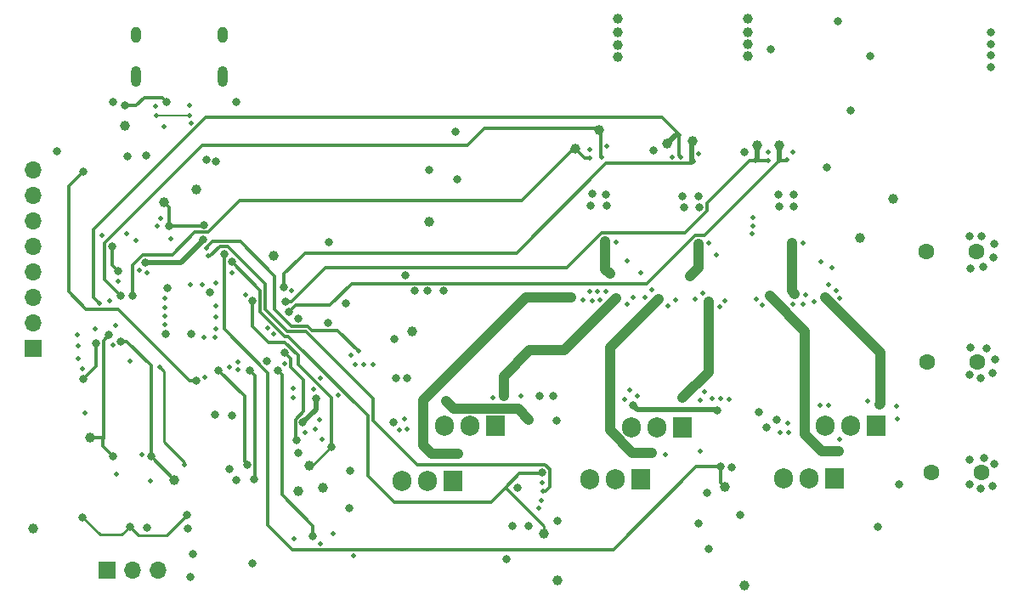
<source format=gbl>
G04 #@! TF.GenerationSoftware,KiCad,Pcbnew,8.0.4-8.0.4-0~ubuntu22.04.1*
G04 #@! TF.CreationDate,2024-09-03T14:14:34+02:00*
G04 #@! TF.ProjectId,bldc_project,626c6463-5f70-4726-9f6a-6563742e6b69,rev?*
G04 #@! TF.SameCoordinates,Original*
G04 #@! TF.FileFunction,Copper,L4,Bot*
G04 #@! TF.FilePolarity,Positive*
%FSLAX46Y46*%
G04 Gerber Fmt 4.6, Leading zero omitted, Abs format (unit mm)*
G04 Created by KiCad (PCBNEW 8.0.4-8.0.4-0~ubuntu22.04.1) date 2024-09-03 14:14:34*
%MOMM*%
%LPD*%
G01*
G04 APERTURE LIST*
G04 #@! TA.AperFunction,ComponentPad*
%ADD10R,1.905000X2.000000*%
G04 #@! TD*
G04 #@! TA.AperFunction,ComponentPad*
%ADD11O,1.905000X2.000000*%
G04 #@! TD*
G04 #@! TA.AperFunction,ComponentPad*
%ADD12C,1.600000*%
G04 #@! TD*
G04 #@! TA.AperFunction,ComponentPad*
%ADD13O,1.000000X2.100000*%
G04 #@! TD*
G04 #@! TA.AperFunction,ComponentPad*
%ADD14O,1.000000X1.600000*%
G04 #@! TD*
G04 #@! TA.AperFunction,ComponentPad*
%ADD15R,1.700000X1.700000*%
G04 #@! TD*
G04 #@! TA.AperFunction,ComponentPad*
%ADD16O,1.700000X1.700000*%
G04 #@! TD*
G04 #@! TA.AperFunction,ComponentPad*
%ADD17C,1.000000*%
G04 #@! TD*
G04 #@! TA.AperFunction,ViaPad*
%ADD18C,0.500000*%
G04 #@! TD*
G04 #@! TA.AperFunction,ViaPad*
%ADD19C,0.800000*%
G04 #@! TD*
G04 #@! TA.AperFunction,ViaPad*
%ADD20C,1.000000*%
G04 #@! TD*
G04 #@! TA.AperFunction,Conductor*
%ADD21C,1.000000*%
G04 #@! TD*
G04 #@! TA.AperFunction,Conductor*
%ADD22C,0.500000*%
G04 #@! TD*
G04 #@! TA.AperFunction,Conductor*
%ADD23C,0.300000*%
G04 #@! TD*
G04 #@! TA.AperFunction,Conductor*
%ADD24C,0.250000*%
G04 #@! TD*
G04 #@! TA.AperFunction,Conductor*
%ADD25C,0.200000*%
G04 #@! TD*
G04 APERTURE END LIST*
D10*
X127540000Y-122592500D03*
D11*
X125000000Y-122592500D03*
X122460000Y-122592500D03*
D12*
X132500000Y-105300000D03*
X137500000Y-105300000D03*
X133000000Y-127300000D03*
X138000000Y-127300000D03*
D10*
X108177500Y-122772500D03*
D11*
X105637500Y-122772500D03*
X103097500Y-122772500D03*
D13*
X62420000Y-87830000D03*
D14*
X62420000Y-83650000D03*
D13*
X53780000Y-87830000D03*
D14*
X53780000Y-83650000D03*
D10*
X104077500Y-127917500D03*
D11*
X101537500Y-127917500D03*
X98997500Y-127917500D03*
D10*
X85350000Y-128150000D03*
D11*
X82810000Y-128150000D03*
X80270000Y-128150000D03*
D10*
X89580000Y-122655000D03*
D11*
X87040000Y-122655000D03*
X84500000Y-122655000D03*
D12*
X132600000Y-116300000D03*
X137600000Y-116300000D03*
D15*
X50900000Y-137000000D03*
D16*
X53440000Y-137000000D03*
X55980000Y-137000000D03*
D10*
X123377500Y-127872500D03*
D11*
X120837500Y-127872500D03*
X118297500Y-127872500D03*
D15*
X43500000Y-114890000D03*
D16*
X43500000Y-112350000D03*
X43500000Y-109810000D03*
X43500000Y-107270000D03*
X43500000Y-104730000D03*
X43500000Y-102190000D03*
X43500000Y-99650000D03*
X43500000Y-97110000D03*
D17*
X49200000Y-123800000D03*
X81300000Y-113200000D03*
X117900000Y-94700000D03*
X94400000Y-133400000D03*
X43500000Y-132850000D03*
X114350000Y-138550000D03*
X129200000Y-100050000D03*
X52650000Y-92750000D03*
X71050000Y-126600000D03*
X95800000Y-138050000D03*
X59750000Y-99100000D03*
X115700000Y-94700000D03*
X97500000Y-95050000D03*
X56550000Y-100350000D03*
X57600000Y-128000000D03*
X67500000Y-105700000D03*
X99900000Y-93200000D03*
X109250000Y-94300000D03*
X72400000Y-128800000D03*
X82950000Y-102300000D03*
X125900000Y-103950000D03*
X69900000Y-129100000D03*
X106650000Y-94550000D03*
X112400000Y-128700000D03*
D18*
X102950000Y-119100000D03*
X104050000Y-107350000D03*
X110400000Y-119200000D03*
D19*
X80600000Y-107650000D03*
D18*
X111900000Y-110800000D03*
X116200000Y-110600000D03*
X122750000Y-120600000D03*
X48000000Y-114700000D03*
X118700000Y-122400000D03*
X111200000Y-119950000D03*
D19*
X139300000Y-104500000D03*
X125000000Y-91200000D03*
X74700000Y-110400000D03*
D18*
X61700000Y-111800000D03*
D19*
X138500000Y-114900000D03*
D18*
X59300000Y-92500000D03*
X56600000Y-92800000D03*
D19*
X138000000Y-103700000D03*
X139300000Y-126400000D03*
D18*
X75200000Y-115600000D03*
X99000000Y-95100000D03*
X106550000Y-125500000D03*
X76450000Y-116500000D03*
D19*
X84400000Y-109200000D03*
D18*
X103300000Y-109800000D03*
X60350000Y-108550000D03*
X126650000Y-120200000D03*
X48700000Y-121375000D03*
D19*
X100700000Y-100700000D03*
D18*
X51825000Y-127450000D03*
D19*
X63300000Y-121600000D03*
X117600000Y-122000000D03*
D18*
X51150000Y-110150000D03*
D19*
X75100000Y-127100000D03*
X79500000Y-113950000D03*
X79700000Y-117900000D03*
D18*
X115200000Y-101900000D03*
X129550000Y-120650000D03*
X55900000Y-102750000D03*
D19*
X63800000Y-90400000D03*
D18*
X80800000Y-122950000D03*
D20*
X114700000Y-85800000D03*
D18*
X54900000Y-107400000D03*
X104500000Y-109800000D03*
D19*
X58900000Y-132900000D03*
X66843563Y-116222240D03*
D18*
X123550000Y-109150000D03*
D19*
X81500000Y-109200001D03*
D18*
X94150000Y-130050000D03*
X103700000Y-119650000D03*
X100700000Y-94800000D03*
X101600000Y-104300000D03*
D19*
X123700000Y-82350000D03*
X83000000Y-97100000D03*
D18*
X72050000Y-122000000D03*
X99750000Y-109250000D03*
X112050000Y-119900000D03*
D19*
X127700000Y-132700000D03*
D18*
X109950000Y-125150000D03*
D19*
X105300000Y-95200000D03*
X117900000Y-100800000D03*
D18*
X115150000Y-103500000D03*
D19*
X114400000Y-95400000D03*
X85800000Y-98100000D03*
X136800000Y-117500000D03*
X138900000Y-85700000D03*
D18*
X89300000Y-119850000D03*
X48450000Y-116925000D03*
X106750000Y-110700000D03*
X53750000Y-104200000D03*
X100550000Y-109250000D03*
X111600000Y-105600000D03*
X75600000Y-116500000D03*
X100000000Y-110050000D03*
X123100000Y-106850000D03*
D19*
X136900000Y-114800000D03*
X56750000Y-113500000D03*
X136900000Y-107000000D03*
X85616000Y-93340000D03*
D18*
X107550000Y-110050000D03*
D19*
X94000000Y-119700000D03*
D18*
X121950000Y-120600000D03*
D19*
X80800000Y-117900000D03*
D18*
X54100000Y-107100000D03*
X115600000Y-110000000D03*
D19*
X137900000Y-117900000D03*
D18*
X52850000Y-103450000D03*
X94200000Y-128300000D03*
D19*
X69900000Y-125300000D03*
X138900000Y-86900000D03*
X137900000Y-128900000D03*
D20*
X101800000Y-82100000D03*
D19*
X126900000Y-85800000D03*
X59300000Y-113500000D03*
D18*
X72300000Y-123950000D03*
D19*
X82800000Y-109200000D03*
X139100000Y-117400000D03*
D18*
X80500000Y-121950000D03*
X73400000Y-133400000D03*
D19*
X61600000Y-121500000D03*
D20*
X114700000Y-83400000D03*
D19*
X139400000Y-116000000D03*
X138900000Y-84600000D03*
D18*
X75400000Y-135600000D03*
X109850000Y-95550000D03*
X67500000Y-113500000D03*
D19*
X95300000Y-119700000D03*
D18*
X107200000Y-95900000D03*
D19*
X73000000Y-104300000D03*
D18*
X119200000Y-110500000D03*
D20*
X101800000Y-84700000D03*
X101800000Y-83400000D03*
D18*
X61700000Y-110700000D03*
D20*
X101800000Y-85900000D03*
D18*
X48050000Y-115900000D03*
X123850000Y-123950000D03*
D19*
X100600000Y-99600000D03*
D20*
X114700000Y-82100000D03*
D18*
X51450000Y-114600000D03*
X77350000Y-116500000D03*
X122000000Y-106300000D03*
X120500000Y-109600000D03*
X117950000Y-123300000D03*
X122800000Y-108550000D03*
D19*
X109800000Y-99800000D03*
D18*
X52000000Y-108200000D03*
X63900000Y-116250000D03*
D19*
X119300000Y-100800000D03*
D18*
X60550000Y-113800000D03*
X53150000Y-116150000D03*
X123900000Y-109900000D03*
X61700000Y-108400000D03*
X110000000Y-120050000D03*
D19*
X69911744Y-111950000D03*
X139100000Y-128600000D03*
D18*
X93900000Y-130850000D03*
X119200000Y-95400000D03*
X55225000Y-128150000D03*
D19*
X114000000Y-131500000D03*
D18*
X68600000Y-116450000D03*
D19*
X117000000Y-85100000D03*
D18*
X109500000Y-110000000D03*
D19*
X129800000Y-128500000D03*
D18*
X110200000Y-109400000D03*
X120200000Y-104400000D03*
X112875000Y-120000000D03*
X57250000Y-104000000D03*
D19*
X91300000Y-132600000D03*
X119300000Y-99600000D03*
D18*
X120200000Y-110500000D03*
D19*
X79450000Y-122300000D03*
D18*
X115200000Y-102700000D03*
D19*
X117800000Y-99600000D03*
D18*
X71500735Y-118999265D03*
X118800000Y-123300000D03*
D19*
X52900000Y-95800000D03*
X138900000Y-83400000D03*
D18*
X69450000Y-119800000D03*
X73925000Y-119550000D03*
D19*
X65400000Y-136300000D03*
X95800000Y-132100000D03*
X56900000Y-108900000D03*
X54850000Y-132775000D03*
X108200000Y-99800000D03*
D18*
X63100000Y-116800000D03*
X112450000Y-110200000D03*
D19*
X92900000Y-132600000D03*
D18*
X47900000Y-113600000D03*
X50350000Y-103650000D03*
D19*
X59400000Y-135400000D03*
D18*
X56650000Y-111700000D03*
X56250000Y-101950000D03*
D19*
X91800000Y-128800000D03*
X51500000Y-90400000D03*
D18*
X49700000Y-113000000D03*
D19*
X63800000Y-128050000D03*
D20*
X114700000Y-84600000D03*
D18*
X69400000Y-118875000D03*
X102450000Y-120000000D03*
X129650000Y-121950000D03*
D19*
X113100000Y-126800000D03*
D18*
X56650000Y-112550000D03*
X60600000Y-117800000D03*
X72100000Y-117875000D03*
X69300000Y-109200000D03*
X98950000Y-109250000D03*
X121300000Y-110300000D03*
X56650000Y-109900000D03*
X59100000Y-90700000D03*
X102700000Y-106200000D03*
D19*
X99200000Y-99500000D03*
D18*
X98300000Y-110100000D03*
D19*
X54800000Y-95700000D03*
D18*
X72157532Y-134350000D03*
D19*
X99100000Y-100700000D03*
X136800000Y-126000000D03*
D18*
X105200000Y-109100000D03*
X102700000Y-110500000D03*
D19*
X136800000Y-128500000D03*
D18*
X63950000Y-117050000D03*
D19*
X60800000Y-96100000D03*
X109900000Y-100900000D03*
X95700000Y-122100000D03*
D18*
X80000000Y-123050000D03*
X99200000Y-110150000D03*
X92150000Y-119700000D03*
X55700000Y-90800000D03*
D19*
X45925000Y-95275000D03*
X61100000Y-109300000D03*
D18*
X61600000Y-113800000D03*
X56650000Y-110850000D03*
D19*
X136800000Y-103700000D03*
X138300000Y-125800000D03*
X122600000Y-96900000D03*
D18*
X116800000Y-95400000D03*
X59200000Y-108550000D03*
D19*
X63050000Y-126950000D03*
X75000000Y-130800000D03*
X61700000Y-96300000D03*
D18*
X64700000Y-109600000D03*
D19*
X116600000Y-122800000D03*
X110800000Y-134900000D03*
D18*
X51750000Y-112600000D03*
X69500000Y-133900000D03*
D19*
X109800000Y-132400000D03*
D18*
X110800000Y-104400000D03*
D19*
X138200000Y-106800000D03*
D18*
X70600000Y-123300000D03*
X54350000Y-125475000D03*
X71650000Y-123000000D03*
D19*
X90700000Y-135900000D03*
X139200000Y-105900000D03*
X110700000Y-129300000D03*
X115800000Y-121300000D03*
X108400000Y-100900000D03*
X72900000Y-112350000D03*
D18*
X63350000Y-107350000D03*
D19*
X59175000Y-137725000D03*
D18*
X66900000Y-112900000D03*
X61700000Y-112950000D03*
D19*
X103300000Y-120550000D03*
X111700000Y-121100000D03*
X92900000Y-122000000D03*
X84650000Y-120150000D03*
X60450000Y-104100000D03*
X54700000Y-106370000D03*
X49800000Y-114450000D03*
X48525000Y-117975000D03*
X71700000Y-119900000D03*
X70400000Y-122300000D03*
X48500000Y-97300000D03*
X59800000Y-118100000D03*
X57100000Y-102700000D03*
X60500000Y-102600000D03*
X52700000Y-90700000D03*
X56824085Y-90354709D03*
X127850000Y-120500000D03*
X122450000Y-109850000D03*
X116900000Y-109700000D03*
X123800000Y-125200000D03*
X108250000Y-119800000D03*
X110800000Y-110300000D03*
X105800000Y-110000000D03*
X105150000Y-125300000D03*
X97100000Y-109800000D03*
X85850000Y-125400000D03*
X101600000Y-109900000D03*
X90400000Y-119650000D03*
X119400000Y-109500000D03*
X119100000Y-104400000D03*
X108937500Y-107700000D03*
X109800000Y-104500000D03*
X65100000Y-117100000D03*
X65569669Y-127930331D03*
X62000000Y-117100000D03*
X64900000Y-126500000D03*
D18*
X60800000Y-104900000D03*
X75950000Y-115200000D03*
X61000000Y-105700000D03*
X94300000Y-129100000D03*
D19*
X52000000Y-107220000D03*
X51369669Y-104730331D03*
D18*
X118636250Y-96163750D03*
D19*
X69010661Y-111289339D03*
X68700000Y-110300000D03*
D18*
X116800000Y-96200000D03*
D19*
X68500000Y-108800000D03*
D18*
X109285000Y-96315000D03*
X50100000Y-110400000D03*
X108060576Y-95830000D03*
X100200000Y-95900000D03*
D19*
X52207719Y-109675965D03*
X53416364Y-109700000D03*
D18*
X99010000Y-95990000D03*
D19*
X62600000Y-105500000D03*
X112000000Y-126700000D03*
X94219669Y-127319669D03*
X63300000Y-106300000D03*
X73200000Y-124700000D03*
X65400000Y-110200000D03*
X51050000Y-113600000D03*
X51475000Y-125650000D03*
X52237569Y-114200000D03*
X55300000Y-125650000D03*
D18*
X100575000Y-104195000D03*
D19*
X101000000Y-107500000D03*
X58875000Y-131500000D03*
X53150000Y-132700000D03*
X48475000Y-131725000D03*
D18*
X59100000Y-91700000D03*
X55800000Y-91700000D03*
D19*
X69801041Y-124101041D03*
X68619669Y-115380331D03*
X67900000Y-117100000D03*
X71405331Y-133594669D03*
D18*
X58600000Y-126500000D03*
X56153531Y-116803531D03*
D21*
X85450000Y-120950000D02*
X91850000Y-120950000D01*
D22*
X60450000Y-104200000D02*
X58280000Y-106370000D01*
X103750000Y-121000000D02*
X111600000Y-121000000D01*
X58280000Y-106370000D02*
X54700000Y-106370000D01*
D21*
X91850000Y-120950000D02*
X92900000Y-122000000D01*
D22*
X103300000Y-120550000D02*
X103750000Y-121000000D01*
X60450000Y-104100000D02*
X60450000Y-104200000D01*
D21*
X84650000Y-120150000D02*
X85450000Y-120950000D01*
D22*
X111600000Y-121000000D02*
X111700000Y-121100000D01*
D23*
X49800000Y-116700000D02*
X49800000Y-114450000D01*
X48525000Y-117975000D02*
X49800000Y-116700000D01*
D22*
X71700000Y-119900000D02*
X71700000Y-121000000D01*
X71700000Y-121000000D02*
X70400000Y-122300000D01*
D23*
X47050000Y-98750000D02*
X47050000Y-109250000D01*
X52000000Y-111000000D02*
X59100000Y-118100000D01*
X48800000Y-111000000D02*
X52000000Y-111000000D01*
X48500000Y-97300000D02*
X47050000Y-98750000D01*
X59100000Y-118100000D02*
X59800000Y-118100000D01*
X47050000Y-109250000D02*
X48800000Y-111000000D01*
X56550000Y-100350000D02*
X57100000Y-100900000D01*
X60400000Y-102700000D02*
X57100000Y-102700000D01*
X57100000Y-100900000D02*
X57100000Y-102700000D01*
X60500000Y-102600000D02*
X60400000Y-102700000D01*
X54600000Y-89900000D02*
X56369376Y-89900000D01*
X52700000Y-90700000D02*
X53800000Y-90700000D01*
X53800000Y-90700000D02*
X54600000Y-89900000D01*
X56369376Y-89900000D02*
X56824085Y-90354709D01*
D21*
X127850000Y-120500000D02*
X127900000Y-120450000D01*
X127900000Y-120450000D02*
X127900000Y-115300000D01*
X127900000Y-115300000D02*
X122450000Y-109850000D01*
X123800000Y-125200000D02*
X122100000Y-125200000D01*
X120400000Y-113200000D02*
X116900000Y-109700000D01*
X120400000Y-123500000D02*
X120400000Y-113200000D01*
X122100000Y-125200000D02*
X120400000Y-123500000D01*
X108250000Y-119800000D02*
X110800000Y-117250000D01*
X110800000Y-117250000D02*
X110800000Y-110300000D01*
X101000000Y-114800000D02*
X105800000Y-110000000D01*
X105150000Y-125300000D02*
X103240512Y-125300000D01*
X101000000Y-123059488D02*
X101000000Y-114800000D01*
X103240512Y-125300000D02*
X101000000Y-123059488D01*
X85850000Y-125400000D02*
X83200000Y-125400000D01*
X82350000Y-124550000D02*
X82350000Y-120050000D01*
X82350000Y-120050000D02*
X92600000Y-109800000D01*
X92600000Y-109800000D02*
X97100000Y-109800000D01*
X83200000Y-125400000D02*
X82350000Y-124550000D01*
X93000000Y-115100000D02*
X96400000Y-115100000D01*
X90400000Y-117700000D02*
X93000000Y-115100000D01*
X96400000Y-115100000D02*
X101600000Y-109900000D01*
X90400000Y-119650000D02*
X90400000Y-117700000D01*
X119100000Y-109200000D02*
X119100000Y-104400000D01*
X119400000Y-109500000D02*
X119100000Y-109200000D01*
X109800000Y-106837500D02*
X108937500Y-107700000D01*
X109800000Y-104500000D02*
X109800000Y-106837500D01*
D23*
X65100000Y-117100000D02*
X65650000Y-117650000D01*
X65650000Y-117650000D02*
X65650000Y-127850000D01*
X65650000Y-127850000D02*
X65569669Y-127930331D01*
X64600000Y-126200000D02*
X64900000Y-126500000D01*
X62000000Y-117100000D02*
X64600000Y-119700000D01*
X64600000Y-119700000D02*
X64600000Y-126200000D01*
X70907106Y-112700000D02*
X69300000Y-112700000D01*
X69300000Y-112700000D02*
X67600000Y-111000000D01*
X67600000Y-107700000D02*
X64150000Y-104250000D01*
X67600000Y-111000000D02*
X67600000Y-107700000D01*
X73850000Y-113100000D02*
X71307106Y-113100000D01*
X60800000Y-104810661D02*
X60800000Y-104900000D01*
X75950000Y-115200000D02*
X73850000Y-113100000D01*
X61360661Y-104250000D02*
X60800000Y-104810661D01*
X71307106Y-113100000D02*
X70907106Y-112700000D01*
X64150000Y-104250000D02*
X61360661Y-104250000D01*
X70700000Y-113200000D02*
X68800000Y-113200000D01*
X94969669Y-126969669D02*
X94500000Y-126500000D01*
X94600000Y-129100000D02*
X94969669Y-128730331D01*
X94500000Y-126500000D02*
X81800000Y-126500000D01*
X77400000Y-119900000D02*
X70700000Y-113200000D01*
X61175000Y-105700000D02*
X61000000Y-105700000D01*
X81800000Y-126500000D02*
X77400000Y-122100000D01*
X66650000Y-111050000D02*
X66650000Y-108489339D01*
X94969669Y-128730331D02*
X94969669Y-126969669D01*
X77400000Y-122100000D02*
X77400000Y-119900000D01*
X68800000Y-113200000D02*
X66650000Y-111050000D01*
X62125000Y-104750000D02*
X61175000Y-105700000D01*
X62910661Y-104750000D02*
X62125000Y-104750000D01*
X66650000Y-108489339D02*
X62910661Y-104750000D01*
X94300000Y-129100000D02*
X94600000Y-129100000D01*
X51369669Y-106589669D02*
X52000000Y-107220000D01*
X51369669Y-104730331D02*
X51369669Y-106589669D01*
X110450000Y-103650000D02*
X109447918Y-103650000D01*
X69700000Y-110600000D02*
X69010661Y-111289339D01*
X75249999Y-108450001D02*
X73100000Y-110600000D01*
X118636250Y-96163750D02*
X118600000Y-96200000D01*
X104647917Y-108450001D02*
X75249999Y-108450001D01*
D22*
X117900000Y-94700000D02*
X117900000Y-96200000D01*
D23*
X117900000Y-96200000D02*
X110450000Y-103650000D01*
X109447918Y-103650000D02*
X104647917Y-108450001D01*
X118600000Y-96200000D02*
X117900000Y-96200000D01*
X73100000Y-110600000D02*
X69700000Y-110600000D01*
X115500000Y-96200000D02*
X114900000Y-96200000D01*
X114900000Y-96200000D02*
X110650000Y-100450000D01*
X69260661Y-110300000D02*
X68700000Y-110300000D01*
D22*
X115700000Y-94700000D02*
X115700000Y-96000000D01*
D23*
X96667918Y-106900000D02*
X72660661Y-106900000D01*
D22*
X115700000Y-96000000D02*
X115500000Y-96200000D01*
D23*
X100192918Y-103375000D02*
X96667918Y-106900000D01*
X110650000Y-101210661D02*
X108485661Y-103375000D01*
X108485661Y-103375000D02*
X100192918Y-103375000D01*
X116800000Y-96200000D02*
X115500000Y-96200000D01*
X72660661Y-106900000D02*
X69260661Y-110300000D01*
X110650000Y-100450000D02*
X110650000Y-101210661D01*
X70000000Y-106000000D02*
X70600000Y-105400000D01*
X109100000Y-96500000D02*
X109285000Y-96315000D01*
D22*
X109150000Y-94400000D02*
X109150000Y-96180000D01*
D23*
X91700000Y-105400000D02*
X100600000Y-96500000D01*
X68500000Y-107500000D02*
X70000000Y-106000000D01*
D22*
X109150000Y-96180000D02*
X109285000Y-96315000D01*
D23*
X68500000Y-108800000D02*
X68500000Y-107500000D01*
X100600000Y-96500000D02*
X109100000Y-96500000D01*
X70600000Y-105400000D02*
X91700000Y-105400000D01*
D22*
X109250000Y-94300000D02*
X109150000Y-94400000D01*
X106650000Y-94550000D02*
X107500000Y-93700000D01*
D23*
X107900000Y-95669424D02*
X108060576Y-95830000D01*
X107900000Y-93600000D02*
X107900000Y-93700000D01*
X106200000Y-91900000D02*
X107900000Y-93600000D01*
X49550000Y-103100000D02*
X60750000Y-91900000D01*
D22*
X107500000Y-93700000D02*
X107900000Y-93700000D01*
D23*
X49550000Y-109850000D02*
X49550000Y-103100000D01*
X107900000Y-93700000D02*
X107900000Y-95669424D01*
X50100000Y-110400000D02*
X49550000Y-109850000D01*
X60750000Y-91900000D02*
X106200000Y-91900000D01*
X88450000Y-93000000D02*
X86750000Y-94700000D01*
X50619669Y-104419670D02*
X50619669Y-108087915D01*
X100100000Y-95800000D02*
X100100000Y-93400000D01*
X100100000Y-93400000D02*
X99700000Y-93000000D01*
X99700000Y-93000000D02*
X88450000Y-93000000D01*
X100200000Y-95900000D02*
X100100000Y-95800000D01*
X86750000Y-94700000D02*
X60339339Y-94700000D01*
X50619669Y-108087915D02*
X52207719Y-109675965D01*
X60339339Y-94700000D02*
X50619669Y-104419670D01*
X98440000Y-95990000D02*
X99010000Y-95990000D01*
X60950000Y-103350000D02*
X64100000Y-100200000D01*
X54409339Y-105600000D02*
X57400000Y-105600000D01*
X53416364Y-109700000D02*
X53416364Y-106592975D01*
X57400000Y-105600000D02*
X59650000Y-103350000D01*
X97425000Y-94975000D02*
X98440000Y-95990000D01*
X92200000Y-100200000D02*
X97425000Y-94975000D01*
X59650000Y-103350000D02*
X60950000Y-103350000D01*
X53416364Y-106592975D02*
X54409339Y-105600000D01*
X64100000Y-100200000D02*
X92200000Y-100200000D01*
X66900000Y-132500000D02*
X66900000Y-117339339D01*
X101332831Y-134967169D02*
X69367169Y-134967169D01*
X66900000Y-117339339D02*
X62550000Y-112989339D01*
X112000000Y-128300000D02*
X112400000Y-128700000D01*
X69367169Y-134967169D02*
X66900000Y-132500000D01*
X112000000Y-126700000D02*
X112000000Y-128300000D01*
X62550000Y-105550000D02*
X62600000Y-105500000D01*
X112000000Y-126700000D02*
X109600000Y-126700000D01*
X109600000Y-126700000D02*
X101332831Y-134967169D01*
X62550000Y-112989339D02*
X62550000Y-105550000D01*
X68953553Y-113700000D02*
X76900000Y-121646447D01*
X63300000Y-106300000D02*
X66150000Y-109150000D01*
X76900000Y-121646447D02*
X76900000Y-127600000D01*
X68592894Y-113700000D02*
X68953553Y-113700000D01*
X89137500Y-130200000D02*
X90568750Y-128768750D01*
X90568750Y-128768750D02*
X91937500Y-127400000D01*
X79500000Y-130200000D02*
X89137500Y-130200000D01*
X66150000Y-109150000D02*
X66150000Y-111257106D01*
D24*
X94400000Y-133300000D02*
X94400000Y-132600000D01*
D23*
X94139338Y-127400000D02*
X94219669Y-127319669D01*
X76900000Y-127600000D02*
X79500000Y-130200000D01*
X91937500Y-127400000D02*
X94139338Y-127400000D01*
X66150000Y-111257106D02*
X68592894Y-113700000D01*
D24*
X94400000Y-132600000D02*
X90568750Y-128768750D01*
D23*
X68600000Y-114300000D02*
X67000000Y-114300000D01*
D24*
X71300000Y-126600000D02*
X71050000Y-126600000D01*
D23*
X65400000Y-112700000D02*
X65400000Y-110200000D01*
X73200000Y-124700000D02*
X73200000Y-119850000D01*
X69900000Y-116550000D02*
X69900000Y-115600000D01*
D24*
X73200000Y-124700000D02*
X71300000Y-126600000D01*
D23*
X69900000Y-115600000D02*
X68600000Y-114300000D01*
X73200000Y-119850000D02*
X69900000Y-116550000D01*
X67000000Y-114300000D02*
X65400000Y-112700000D01*
X50550000Y-123875000D02*
X50550000Y-114139339D01*
X50550000Y-123700000D02*
X50450000Y-123800000D01*
X50550000Y-114139339D02*
X50530331Y-114119669D01*
X51475000Y-125650000D02*
X50500000Y-124675000D01*
X50500000Y-123925000D02*
X50550000Y-123875000D01*
X50550000Y-123875000D02*
X50550000Y-123700000D01*
X50530331Y-114119669D02*
X51050000Y-113600000D01*
X50450000Y-123800000D02*
X49200000Y-123800000D01*
X50500000Y-124675000D02*
X50500000Y-123925000D01*
X55300000Y-125650000D02*
X55300000Y-116632827D01*
X52867173Y-114200000D02*
X52237569Y-114200000D01*
X55300000Y-116632827D02*
X52867173Y-114200000D01*
X55300000Y-125700000D02*
X57600000Y-128000000D01*
X55300000Y-125650000D02*
X55300000Y-125700000D01*
D21*
X100545000Y-107045000D02*
X100545000Y-104225000D01*
X101000000Y-107500000D02*
X100545000Y-107045000D01*
D24*
X50250000Y-133500000D02*
X48475000Y-131725000D01*
X53150000Y-132700000D02*
X54000000Y-133550000D01*
X56825000Y-133550000D02*
X58875000Y-131500000D01*
X54000000Y-133550000D02*
X56825000Y-133550000D01*
X53150000Y-132700000D02*
X52350000Y-133500000D01*
X52350000Y-133500000D02*
X50250000Y-133500000D01*
D25*
X59100000Y-91700000D02*
X55800000Y-91700000D01*
D23*
X69650000Y-123950000D02*
X69801041Y-124101041D01*
X70450000Y-121189339D02*
X69650000Y-121989339D01*
X70450000Y-118057106D02*
X70450000Y-121189339D01*
X68619669Y-115380331D02*
X69200000Y-115960662D01*
X69200000Y-115960662D02*
X69200000Y-116807106D01*
X69200000Y-116807106D02*
X70450000Y-118057106D01*
X69650000Y-121989339D02*
X69650000Y-123950000D01*
X68300000Y-117500000D02*
X67900000Y-117100000D01*
X68300000Y-129500000D02*
X68300000Y-117500000D01*
X71405331Y-132605331D02*
X68300000Y-129500000D01*
X71405331Y-133594669D02*
X71405331Y-132605331D01*
D24*
X58600000Y-126300000D02*
X56543444Y-124243444D01*
X56543444Y-117193444D02*
X56153531Y-116803531D01*
X58600000Y-126500000D02*
X58600000Y-126300000D01*
X56543444Y-124243444D02*
X56543444Y-117193444D01*
M02*

</source>
